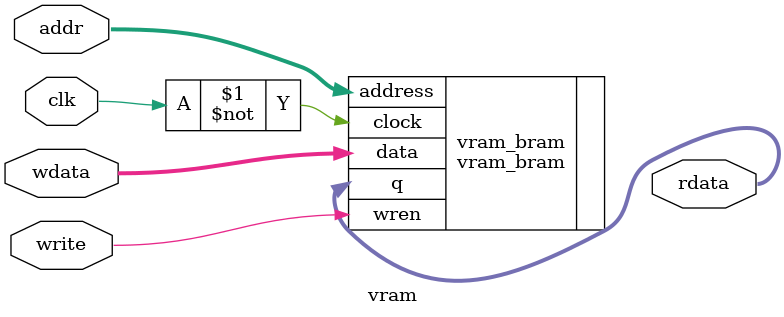
<source format=sv>
module vram (
    input  logic clk, // ppu_clk
    input  logic [10:0] addr,
    output logic [7:0] rdata,
    input  logic [7:0] wdata,
    input  logic write
);

    // logic [7:0] vram[2047:0]; // 2kB

    // assign rdata = vram[addr];

    // always_ff @(posedge clk) begin
    //     if (write) begin
    //         vram[addr] <= wdata;
    //     end
    // end

    vram_bram vram_bram(            // IP (1-PORT RAM)
        .address(addr),
        .clock(~clk),
        .data(wdata),
        .wren(write),
        .q(rdata)
    );
    
endmodule

</source>
